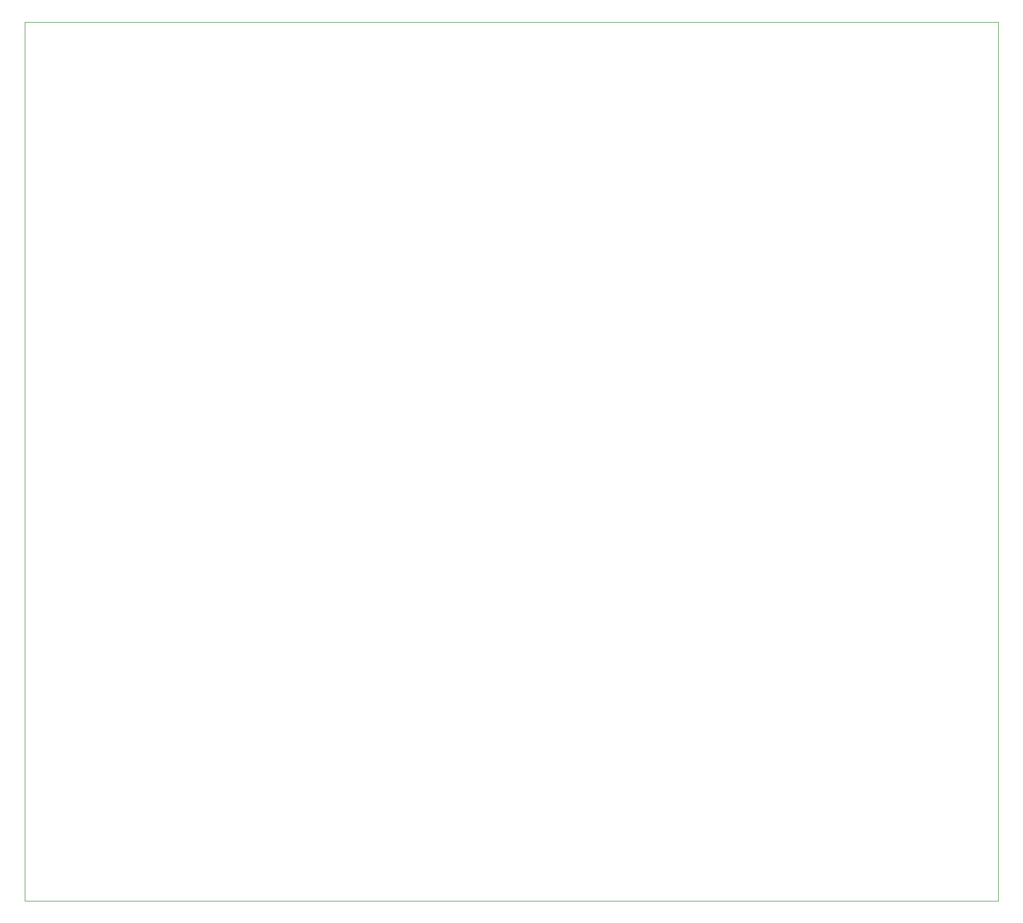
<source format=gbr>
G04 (created by PCBNEW (2013-07-07 BZR 4022)-stable) date 10/28/2014 2:01:09 AM*
%MOIN*%
G04 Gerber Fmt 3.4, Leading zero omitted, Abs format*
%FSLAX34Y34*%
G01*
G70*
G90*
G04 APERTURE LIST*
%ADD10C,0.00590551*%
%ADD11C,0.00393701*%
G04 APERTURE END LIST*
G54D10*
G54D11*
X14566Y-65748D02*
X14566Y-11417D01*
X74803Y-65748D02*
X14566Y-65748D01*
X74803Y-11417D02*
X74803Y-65748D01*
X14566Y-11417D02*
X74803Y-11417D01*
M02*

</source>
